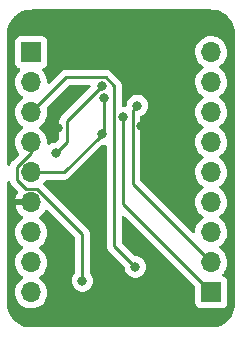
<source format=gbr>
%TF.GenerationSoftware,KiCad,Pcbnew,(6.0.0-0)*%
%TF.CreationDate,2022-02-05T19:10:16-08:00*%
%TF.ProjectId,w2rf004rm-breakout,77327266-3030-4347-926d-2d627265616b,v1*%
%TF.SameCoordinates,Original*%
%TF.FileFunction,Copper,L2,Bot*%
%TF.FilePolarity,Positive*%
%FSLAX46Y46*%
G04 Gerber Fmt 4.6, Leading zero omitted, Abs format (unit mm)*
G04 Created by KiCad (PCBNEW (6.0.0-0)) date 2022-02-05 19:10:16*
%MOMM*%
%LPD*%
G01*
G04 APERTURE LIST*
%TA.AperFunction,ComponentPad*%
%ADD10O,1.700000X1.700000*%
%TD*%
%TA.AperFunction,ComponentPad*%
%ADD11R,1.700000X1.700000*%
%TD*%
%TA.AperFunction,ViaPad*%
%ADD12C,0.800000*%
%TD*%
%TA.AperFunction,Conductor*%
%ADD13C,0.250000*%
%TD*%
G04 APERTURE END LIST*
D10*
%TO.P,J3,9,Pin_9*%
%TO.N,unconnected-(J3-Pad9)*%
X139700000Y-105740000D03*
%TO.P,J3,8,Pin_8*%
%TO.N,unconnected-(J3-Pad8)*%
X139700000Y-103200000D03*
%TO.P,J3,7,Pin_7*%
%TO.N,unconnected-(J3-Pad7)*%
X139700000Y-100660000D03*
%TO.P,J3,6,Pin_6*%
%TO.N,GND*%
X139700000Y-98120000D03*
%TO.P,J3,5,Pin_5*%
%TO.N,+5V*%
X139700000Y-95580000D03*
%TO.P,J3,4,Pin_4*%
%TO.N,/SCL-I*%
X139700000Y-93040000D03*
%TO.P,J3,3,Pin_3*%
%TO.N,/SDA-I*%
X139700000Y-90500000D03*
%TO.P,J3,2,Pin_2*%
%TO.N,/SCL-O*%
X139700000Y-87960000D03*
D11*
%TO.P,J3,1,Pin_1*%
%TO.N,/SDA-O*%
X139700000Y-85420000D03*
%TD*%
D10*
%TO.P,J2,9,Pin_9*%
%TO.N,/OUTC2*%
X154940000Y-85400000D03*
%TO.P,J2,8,Pin_8*%
%TO.N,/OUTB2*%
X154940000Y-87940000D03*
%TO.P,J2,7,Pin_7*%
%TO.N,/OUTA2*%
X154940000Y-90480000D03*
%TO.P,J2,6,Pin_6*%
%TO.N,/OUTC1*%
X154940000Y-93020000D03*
%TO.P,J2,5,Pin_5*%
%TO.N,/OUTB1*%
X154940000Y-95560000D03*
%TO.P,J2,4,Pin_4*%
%TO.N,/OUTA1*%
X154940000Y-98100000D03*
%TO.P,J2,3,Pin_3*%
%TO.N,/OUTC0*%
X154940000Y-100640000D03*
%TO.P,J2,2,Pin_2*%
%TO.N,/OUTB0*%
X154940000Y-103180000D03*
D11*
%TO.P,J2,1,Pin_1*%
%TO.N,/OUTA0*%
X154940000Y-105720000D03*
%TD*%
D12*
%TO.N,GND*%
X150270000Y-103610000D03*
X145240000Y-94780000D03*
X151050000Y-94640000D03*
%TO.N,/SCL-I*%
X144030000Y-104760000D03*
%TO.N,/SDA-I*%
X148510000Y-103580000D03*
%TO.N,/~{RST}*%
X145720000Y-88270000D03*
X141770000Y-93960000D03*
%TO.N,GND*%
X142000000Y-91840000D03*
X149020000Y-91660000D03*
%TO.N,+5V*%
X145685000Y-92355000D03*
X145860000Y-89310000D03*
%TO.N,/OUTA0*%
X147450000Y-90910000D03*
%TO.N,/OUTB0*%
X148680000Y-89930000D03*
%TD*%
D13*
%TO.N,GND*%
X149020000Y-91660000D02*
X149020000Y-92610000D01*
X149020000Y-92610000D02*
X151050000Y-94640000D01*
%TO.N,/OUTB0*%
X154940000Y-103180000D02*
X148295489Y-96535489D01*
X148295489Y-96535489D02*
X148295489Y-90314511D01*
X148295489Y-90314511D02*
X148680000Y-89930000D01*
%TO.N,/SCL-I*%
X144030000Y-100788990D02*
X144030000Y-104760000D01*
X139700000Y-93040000D02*
X139700000Y-93918990D01*
X139700000Y-93918990D02*
X138525489Y-95093501D01*
X139245489Y-96945489D02*
X140186499Y-96945489D01*
X138525489Y-95093501D02*
X138525489Y-96225489D01*
X138525489Y-96225489D02*
X139245489Y-96945489D01*
X140186499Y-96945489D02*
X144030000Y-100788990D01*
%TO.N,/SDA-I*%
X148510000Y-103580000D02*
X148550000Y-103620000D01*
X146725489Y-101795489D02*
X148510000Y-103580000D01*
X139700000Y-90500000D02*
X142654511Y-87545489D01*
X142654511Y-87545489D02*
X146020103Y-87545489D01*
X146020103Y-87545489D02*
X146725489Y-88250875D01*
X146725489Y-88250875D02*
X146725489Y-101795489D01*
%TO.N,/~{RST}*%
X145720000Y-88270000D02*
X145840000Y-88150000D01*
X142724511Y-93005489D02*
X142724511Y-91265489D01*
X141770000Y-93960000D02*
X142724511Y-93005489D01*
X142724511Y-91265489D02*
X145720000Y-88270000D01*
%TO.N,+5V*%
X145685000Y-92355000D02*
X145860000Y-92180000D01*
X145860000Y-92180000D02*
X145860000Y-89310000D01*
X142460000Y-95580000D02*
X145570000Y-92470000D01*
X145570000Y-92470000D02*
X145685000Y-92355000D01*
X139700000Y-95580000D02*
X142460000Y-95580000D01*
%TO.N,/OUTA0*%
X147450000Y-98230000D02*
X147450000Y-90910000D01*
X154940000Y-105720000D02*
X147450000Y-98230000D01*
%TD*%
%TA.AperFunction,Conductor*%
%TO.N,GND*%
G36*
X154910057Y-81789500D02*
G01*
X154924858Y-81791805D01*
X154924861Y-81791805D01*
X154933730Y-81793186D01*
X154949999Y-81791059D01*
X154974567Y-81790266D01*
X155196985Y-81804844D01*
X155213326Y-81806995D01*
X155457824Y-81855629D01*
X155473743Y-81859895D01*
X155709790Y-81940022D01*
X155725017Y-81946329D01*
X155948592Y-82056584D01*
X155962865Y-82064825D01*
X156170133Y-82203316D01*
X156183210Y-82213349D01*
X156370632Y-82377714D01*
X156382286Y-82389368D01*
X156546651Y-82576790D01*
X156556684Y-82589867D01*
X156695175Y-82797135D01*
X156703416Y-82811408D01*
X156813671Y-83034983D01*
X156819978Y-83050210D01*
X156900105Y-83286257D01*
X156904371Y-83302176D01*
X156953005Y-83546673D01*
X156955156Y-83563014D01*
X156969264Y-83778268D01*
X156968239Y-83801304D01*
X156968196Y-83804854D01*
X156966814Y-83813730D01*
X156968454Y-83826270D01*
X156970936Y-83845251D01*
X156972000Y-83861589D01*
X156972000Y-106630672D01*
X156970500Y-106650056D01*
X156966814Y-106673730D01*
X156968941Y-106689999D01*
X156969734Y-106714567D01*
X156955156Y-106936985D01*
X156953005Y-106953326D01*
X156904371Y-107197824D01*
X156900105Y-107213743D01*
X156819978Y-107449790D01*
X156813671Y-107465017D01*
X156703416Y-107688592D01*
X156695175Y-107702865D01*
X156556684Y-107910133D01*
X156546651Y-107923210D01*
X156382286Y-108110632D01*
X156370632Y-108122286D01*
X156183210Y-108286651D01*
X156170133Y-108296684D01*
X155962865Y-108435175D01*
X155948592Y-108443416D01*
X155725017Y-108553671D01*
X155709790Y-108559978D01*
X155473743Y-108640105D01*
X155457824Y-108644371D01*
X155213327Y-108693005D01*
X155196986Y-108695156D01*
X154981732Y-108709264D01*
X154958696Y-108708239D01*
X154955146Y-108708196D01*
X154946270Y-108706814D01*
X154917762Y-108710542D01*
X154914749Y-108710936D01*
X154898411Y-108712000D01*
X139749328Y-108712000D01*
X139729943Y-108710500D01*
X139715142Y-108708195D01*
X139715139Y-108708195D01*
X139706270Y-108706814D01*
X139690001Y-108708941D01*
X139665433Y-108709734D01*
X139443015Y-108695156D01*
X139426674Y-108693005D01*
X139182176Y-108644371D01*
X139166257Y-108640105D01*
X138930210Y-108559978D01*
X138914983Y-108553671D01*
X138691408Y-108443416D01*
X138677135Y-108435175D01*
X138469867Y-108296684D01*
X138456790Y-108286651D01*
X138269368Y-108122286D01*
X138257714Y-108110632D01*
X138093349Y-107923210D01*
X138083316Y-107910133D01*
X137944825Y-107702865D01*
X137936584Y-107688592D01*
X137826329Y-107465017D01*
X137820022Y-107449790D01*
X137739895Y-107213743D01*
X137735629Y-107197824D01*
X137686995Y-106953327D01*
X137684844Y-106936986D01*
X137670736Y-106721732D01*
X137671761Y-106698696D01*
X137671804Y-106695146D01*
X137673186Y-106686270D01*
X137669064Y-106654748D01*
X137668000Y-106638411D01*
X137668000Y-96441119D01*
X137688002Y-96372998D01*
X137741658Y-96326505D01*
X137811932Y-96316401D01*
X137876512Y-96345895D01*
X137911152Y-96394736D01*
X137923293Y-96425401D01*
X137927138Y-96436631D01*
X137930190Y-96447137D01*
X137939471Y-96479082D01*
X137943504Y-96485901D01*
X137943506Y-96485906D01*
X137949782Y-96496517D01*
X137958477Y-96514265D01*
X137965937Y-96533106D01*
X137970599Y-96539522D01*
X137970599Y-96539523D01*
X137991925Y-96568876D01*
X137998441Y-96578796D01*
X138020947Y-96616851D01*
X138035268Y-96631172D01*
X138048108Y-96646205D01*
X138060017Y-96662596D01*
X138072989Y-96673327D01*
X138094082Y-96690777D01*
X138102862Y-96698767D01*
X138577535Y-97173440D01*
X138611561Y-97235752D01*
X138606496Y-97306567D01*
X138592528Y-97333539D01*
X138518098Y-97442649D01*
X138513000Y-97451623D01*
X138423338Y-97644783D01*
X138419775Y-97654470D01*
X138364389Y-97854183D01*
X138365912Y-97862607D01*
X138378292Y-97866000D01*
X139828000Y-97866000D01*
X139896121Y-97886002D01*
X139942614Y-97939658D01*
X139954000Y-97992000D01*
X139954000Y-98248000D01*
X139933998Y-98316121D01*
X139880342Y-98362614D01*
X139828000Y-98374000D01*
X138383225Y-98374000D01*
X138369694Y-98377973D01*
X138368257Y-98387966D01*
X138398565Y-98522446D01*
X138401645Y-98532275D01*
X138481770Y-98729603D01*
X138486413Y-98738794D01*
X138597694Y-98920388D01*
X138603777Y-98928699D01*
X138743213Y-99089667D01*
X138750580Y-99096883D01*
X138914434Y-99232916D01*
X138922881Y-99238831D01*
X138991969Y-99279203D01*
X139040693Y-99330842D01*
X139053764Y-99400625D01*
X139027033Y-99466396D01*
X138986584Y-99499752D01*
X138973607Y-99506507D01*
X138969474Y-99509610D01*
X138969471Y-99509612D01*
X138816624Y-99624373D01*
X138794965Y-99640635D01*
X138791393Y-99644373D01*
X138663313Y-99778401D01*
X138640629Y-99802138D01*
X138514743Y-99986680D01*
X138499003Y-100020590D01*
X138429972Y-100169305D01*
X138420688Y-100189305D01*
X138360989Y-100404570D01*
X138337251Y-100626695D01*
X138337548Y-100631848D01*
X138337548Y-100631851D01*
X138346148Y-100781004D01*
X138350110Y-100849715D01*
X138351247Y-100854761D01*
X138351248Y-100854767D01*
X138371119Y-100942939D01*
X138399222Y-101067639D01*
X138483266Y-101274616D01*
X138599987Y-101465088D01*
X138746250Y-101633938D01*
X138918126Y-101776632D01*
X138967437Y-101805447D01*
X138991445Y-101819476D01*
X139040169Y-101871114D01*
X139053240Y-101940897D01*
X139026509Y-102006669D01*
X138986055Y-102040027D01*
X138973607Y-102046507D01*
X138969474Y-102049610D01*
X138969471Y-102049612D01*
X138799100Y-102177530D01*
X138794965Y-102180635D01*
X138640629Y-102342138D01*
X138514743Y-102526680D01*
X138420688Y-102729305D01*
X138360989Y-102944570D01*
X138337251Y-103166695D01*
X138337548Y-103171848D01*
X138337548Y-103171851D01*
X138343011Y-103266590D01*
X138350110Y-103389715D01*
X138351247Y-103394761D01*
X138351248Y-103394767D01*
X138371119Y-103482939D01*
X138399222Y-103607639D01*
X138483266Y-103814616D01*
X138599987Y-104005088D01*
X138746250Y-104173938D01*
X138918126Y-104316632D01*
X138976762Y-104350896D01*
X138991445Y-104359476D01*
X139040169Y-104411114D01*
X139053240Y-104480897D01*
X139026509Y-104546669D01*
X138986055Y-104580027D01*
X138973607Y-104586507D01*
X138969474Y-104589610D01*
X138969471Y-104589612D01*
X138913411Y-104631703D01*
X138794965Y-104720635D01*
X138640629Y-104882138D01*
X138514743Y-105066680D01*
X138420688Y-105269305D01*
X138360989Y-105484570D01*
X138337251Y-105706695D01*
X138337548Y-105711848D01*
X138337548Y-105711851D01*
X138343011Y-105806590D01*
X138350110Y-105929715D01*
X138351247Y-105934761D01*
X138351248Y-105934767D01*
X138371119Y-106022939D01*
X138399222Y-106147639D01*
X138483266Y-106354616D01*
X138599987Y-106545088D01*
X138746250Y-106713938D01*
X138918126Y-106856632D01*
X139111000Y-106969338D01*
X139319692Y-107049030D01*
X139324760Y-107050061D01*
X139324763Y-107050062D01*
X139431339Y-107071745D01*
X139538597Y-107093567D01*
X139543772Y-107093757D01*
X139543774Y-107093757D01*
X139756673Y-107101564D01*
X139756677Y-107101564D01*
X139761837Y-107101753D01*
X139766957Y-107101097D01*
X139766959Y-107101097D01*
X139978288Y-107074025D01*
X139978289Y-107074025D01*
X139983416Y-107073368D01*
X139998072Y-107068971D01*
X140192429Y-107010661D01*
X140192434Y-107010659D01*
X140197384Y-107009174D01*
X140397994Y-106910896D01*
X140579860Y-106781173D01*
X140738096Y-106623489D01*
X140797594Y-106540689D01*
X140865435Y-106446277D01*
X140868453Y-106442077D01*
X140967430Y-106241811D01*
X141032370Y-106028069D01*
X141061529Y-105806590D01*
X141063156Y-105740000D01*
X141044852Y-105517361D01*
X140990431Y-105300702D01*
X140901354Y-105095840D01*
X140806959Y-104949928D01*
X140782822Y-104912617D01*
X140782820Y-104912614D01*
X140780014Y-104908277D01*
X140629670Y-104743051D01*
X140625619Y-104739852D01*
X140625615Y-104739848D01*
X140458414Y-104607800D01*
X140458410Y-104607798D01*
X140454359Y-104604598D01*
X140413053Y-104581796D01*
X140363084Y-104531364D01*
X140348312Y-104461921D01*
X140373428Y-104395516D01*
X140400780Y-104368909D01*
X140452079Y-104332318D01*
X140579860Y-104241173D01*
X140592303Y-104228774D01*
X140679594Y-104141787D01*
X140738096Y-104083489D01*
X140752468Y-104063489D01*
X140865435Y-103906277D01*
X140868453Y-103902077D01*
X140880631Y-103877438D01*
X140965136Y-103706453D01*
X140965137Y-103706451D01*
X140967430Y-103701811D01*
X141032370Y-103488069D01*
X141061529Y-103266590D01*
X141063156Y-103200000D01*
X141044852Y-102977361D01*
X140990431Y-102760702D01*
X140901354Y-102555840D01*
X140780014Y-102368277D01*
X140629670Y-102203051D01*
X140625619Y-102199852D01*
X140625615Y-102199848D01*
X140458414Y-102067800D01*
X140458410Y-102067798D01*
X140454359Y-102064598D01*
X140413053Y-102041796D01*
X140363084Y-101991364D01*
X140348312Y-101921921D01*
X140373428Y-101855516D01*
X140400780Y-101828909D01*
X140444603Y-101797650D01*
X140579860Y-101701173D01*
X140738096Y-101543489D01*
X140752468Y-101523489D01*
X140865435Y-101366277D01*
X140868453Y-101362077D01*
X140880631Y-101337438D01*
X140965136Y-101166453D01*
X140965137Y-101166451D01*
X140967430Y-101161811D01*
X141032370Y-100948069D01*
X141061529Y-100726590D01*
X141063156Y-100660000D01*
X141044852Y-100437361D01*
X140990431Y-100220702D01*
X140901354Y-100015840D01*
X140780014Y-99828277D01*
X140629670Y-99663051D01*
X140625619Y-99659852D01*
X140625615Y-99659848D01*
X140458414Y-99527800D01*
X140458410Y-99527798D01*
X140454359Y-99524598D01*
X140412569Y-99501529D01*
X140362598Y-99451097D01*
X140347826Y-99381654D01*
X140372942Y-99315248D01*
X140400294Y-99288641D01*
X140575328Y-99163792D01*
X140583200Y-99157139D01*
X140734052Y-99006812D01*
X140740730Y-98998965D01*
X140865003Y-98826020D01*
X140870311Y-98817187D01*
X140889053Y-98779266D01*
X140937168Y-98727059D01*
X141005869Y-98709153D01*
X141073345Y-98731232D01*
X141091105Y-98745999D01*
X143359595Y-101014489D01*
X143393621Y-101076801D01*
X143396500Y-101103584D01*
X143396500Y-104057476D01*
X143376498Y-104125597D01*
X143364142Y-104141779D01*
X143290960Y-104223056D01*
X143270285Y-104258866D01*
X143206752Y-104368909D01*
X143195473Y-104388444D01*
X143136458Y-104570072D01*
X143135768Y-104576633D01*
X143135768Y-104576635D01*
X143118614Y-104739848D01*
X143116496Y-104760000D01*
X143117186Y-104766565D01*
X143132537Y-104912617D01*
X143136458Y-104949928D01*
X143195473Y-105131556D01*
X143290960Y-105296944D01*
X143418747Y-105438866D01*
X143573248Y-105551118D01*
X143579276Y-105553802D01*
X143579278Y-105553803D01*
X143741681Y-105626109D01*
X143747712Y-105628794D01*
X143841113Y-105648647D01*
X143928056Y-105667128D01*
X143928061Y-105667128D01*
X143934513Y-105668500D01*
X144125487Y-105668500D01*
X144131939Y-105667128D01*
X144131944Y-105667128D01*
X144218887Y-105648647D01*
X144312288Y-105628794D01*
X144318319Y-105626109D01*
X144480722Y-105553803D01*
X144480724Y-105553802D01*
X144486752Y-105551118D01*
X144641253Y-105438866D01*
X144769040Y-105296944D01*
X144864527Y-105131556D01*
X144923542Y-104949928D01*
X144927464Y-104912617D01*
X144942814Y-104766565D01*
X144943504Y-104760000D01*
X144941386Y-104739848D01*
X144924232Y-104576635D01*
X144924232Y-104576633D01*
X144923542Y-104570072D01*
X144864527Y-104388444D01*
X144853249Y-104368909D01*
X144789715Y-104258866D01*
X144769040Y-104223056D01*
X144695863Y-104141785D01*
X144665147Y-104077779D01*
X144663500Y-104057476D01*
X144663500Y-100867757D01*
X144664027Y-100856574D01*
X144665702Y-100849081D01*
X144663562Y-100781004D01*
X144663500Y-100777045D01*
X144663500Y-100749134D01*
X144662995Y-100745134D01*
X144662062Y-100733291D01*
X144661852Y-100726590D01*
X144660673Y-100689100D01*
X144655022Y-100669648D01*
X144651014Y-100650296D01*
X144649467Y-100638053D01*
X144648474Y-100630193D01*
X144645057Y-100621562D01*
X144632200Y-100589087D01*
X144628355Y-100577860D01*
X144627721Y-100575677D01*
X144616018Y-100535397D01*
X144611984Y-100528575D01*
X144611981Y-100528569D01*
X144605706Y-100517958D01*
X144597010Y-100500208D01*
X144592472Y-100488746D01*
X144592469Y-100488741D01*
X144589552Y-100481373D01*
X144563573Y-100445615D01*
X144557057Y-100435697D01*
X144538575Y-100404447D01*
X144534542Y-100397627D01*
X144520218Y-100383303D01*
X144507376Y-100368268D01*
X144495472Y-100351883D01*
X144461406Y-100323701D01*
X144452627Y-100315712D01*
X140756216Y-96619301D01*
X140722190Y-96556989D01*
X140727255Y-96486174D01*
X140742986Y-96456684D01*
X140868453Y-96282077D01*
X140870746Y-96277437D01*
X140872446Y-96274608D01*
X140924674Y-96226518D01*
X140980451Y-96213500D01*
X142381233Y-96213500D01*
X142392416Y-96214027D01*
X142399909Y-96215702D01*
X142407835Y-96215453D01*
X142407836Y-96215453D01*
X142467986Y-96213562D01*
X142471945Y-96213500D01*
X142499856Y-96213500D01*
X142503791Y-96213003D01*
X142503856Y-96212995D01*
X142515693Y-96212062D01*
X142547951Y-96211048D01*
X142551970Y-96210922D01*
X142559889Y-96210673D01*
X142579343Y-96205021D01*
X142598700Y-96201013D01*
X142610930Y-96199468D01*
X142610931Y-96199468D01*
X142618797Y-96198474D01*
X142626168Y-96195555D01*
X142626170Y-96195555D01*
X142659912Y-96182196D01*
X142671142Y-96178351D01*
X142705983Y-96168229D01*
X142705984Y-96168229D01*
X142713593Y-96166018D01*
X142720412Y-96161985D01*
X142720417Y-96161983D01*
X142731028Y-96155707D01*
X142748776Y-96147012D01*
X142767617Y-96139552D01*
X142803387Y-96113564D01*
X142813307Y-96107048D01*
X142844535Y-96088580D01*
X142844538Y-96088578D01*
X142851362Y-96084542D01*
X142865683Y-96070221D01*
X142880717Y-96057380D01*
X142890694Y-96050131D01*
X142897107Y-96045472D01*
X142925298Y-96011395D01*
X142933288Y-96002616D01*
X145635499Y-93300405D01*
X145697811Y-93266379D01*
X145724594Y-93263500D01*
X145780487Y-93263500D01*
X145786940Y-93262128D01*
X145786953Y-93262127D01*
X145939792Y-93229639D01*
X146010582Y-93235040D01*
X146067215Y-93277857D01*
X146091709Y-93344494D01*
X146091989Y-93352885D01*
X146091989Y-101716722D01*
X146091462Y-101727905D01*
X146089787Y-101735398D01*
X146090036Y-101743324D01*
X146090036Y-101743325D01*
X146091927Y-101803475D01*
X146091989Y-101807434D01*
X146091989Y-101835345D01*
X146092486Y-101839279D01*
X146092486Y-101839280D01*
X146092494Y-101839345D01*
X146093427Y-101851182D01*
X146094816Y-101895378D01*
X146100467Y-101914828D01*
X146104476Y-101934189D01*
X146107015Y-101954286D01*
X146109934Y-101961657D01*
X146109934Y-101961659D01*
X146123293Y-101995401D01*
X146127138Y-102006631D01*
X146139471Y-102049082D01*
X146143504Y-102055901D01*
X146143506Y-102055906D01*
X146149782Y-102066517D01*
X146158477Y-102084265D01*
X146165937Y-102103106D01*
X146170599Y-102109522D01*
X146170599Y-102109523D01*
X146191925Y-102138876D01*
X146198441Y-102148796D01*
X146215435Y-102177530D01*
X146220947Y-102186851D01*
X146235268Y-102201172D01*
X146248108Y-102216205D01*
X146260017Y-102232596D01*
X146266123Y-102237647D01*
X146294094Y-102260787D01*
X146302873Y-102268777D01*
X147562878Y-103528782D01*
X147596904Y-103591094D01*
X147599092Y-103604703D01*
X147616458Y-103769928D01*
X147675473Y-103951556D01*
X147770960Y-104116944D01*
X147775378Y-104121851D01*
X147775379Y-104121852D01*
X147894325Y-104253955D01*
X147898747Y-104258866D01*
X148053248Y-104371118D01*
X148059276Y-104373802D01*
X148059278Y-104373803D01*
X148221681Y-104446109D01*
X148227712Y-104448794D01*
X148321112Y-104468647D01*
X148408056Y-104487128D01*
X148408061Y-104487128D01*
X148414513Y-104488500D01*
X148605487Y-104488500D01*
X148611939Y-104487128D01*
X148611944Y-104487128D01*
X148698888Y-104468647D01*
X148792288Y-104448794D01*
X148798319Y-104446109D01*
X148960722Y-104373803D01*
X148960724Y-104373802D01*
X148966752Y-104371118D01*
X149121253Y-104258866D01*
X149125675Y-104253955D01*
X149244621Y-104121852D01*
X149244622Y-104121851D01*
X149249040Y-104116944D01*
X149344527Y-103951556D01*
X149403542Y-103769928D01*
X149410214Y-103706453D01*
X149422814Y-103586565D01*
X149423504Y-103580000D01*
X149415580Y-103504605D01*
X149404232Y-103396635D01*
X149404232Y-103396633D01*
X149403542Y-103390072D01*
X149344527Y-103208444D01*
X149337716Y-103196646D01*
X149252341Y-103048774D01*
X149249040Y-103043056D01*
X149121253Y-102901134D01*
X148966752Y-102788882D01*
X148960724Y-102786198D01*
X148960722Y-102786197D01*
X148798319Y-102713891D01*
X148798318Y-102713891D01*
X148792288Y-102711206D01*
X148698888Y-102691353D01*
X148611944Y-102672872D01*
X148611939Y-102672872D01*
X148605487Y-102671500D01*
X148549594Y-102671500D01*
X148481473Y-102651498D01*
X148460499Y-102634595D01*
X147395894Y-101569989D01*
X147361868Y-101507677D01*
X147358989Y-101480894D01*
X147358989Y-99339083D01*
X147378991Y-99270962D01*
X147432647Y-99224469D01*
X147502921Y-99214365D01*
X147567501Y-99243859D01*
X147574084Y-99249988D01*
X153544595Y-105220499D01*
X153578621Y-105282811D01*
X153581500Y-105309594D01*
X153581500Y-106618134D01*
X153588255Y-106680316D01*
X153639385Y-106816705D01*
X153726739Y-106933261D01*
X153843295Y-107020615D01*
X153979684Y-107071745D01*
X154041866Y-107078500D01*
X155838134Y-107078500D01*
X155900316Y-107071745D01*
X156036705Y-107020615D01*
X156153261Y-106933261D01*
X156240615Y-106816705D01*
X156291745Y-106680316D01*
X156298500Y-106618134D01*
X156298500Y-104821866D01*
X156291745Y-104759684D01*
X156240615Y-104623295D01*
X156153261Y-104506739D01*
X156036705Y-104419385D01*
X155973035Y-104395516D01*
X155918203Y-104374960D01*
X155861439Y-104332318D01*
X155836739Y-104265756D01*
X155851947Y-104196408D01*
X155873493Y-104167727D01*
X155899524Y-104141787D01*
X155978096Y-104063489D01*
X156108453Y-103882077D01*
X156160778Y-103776206D01*
X156205136Y-103686453D01*
X156205137Y-103686451D01*
X156207430Y-103681811D01*
X156253924Y-103528782D01*
X156270865Y-103473023D01*
X156270865Y-103473021D01*
X156272370Y-103468069D01*
X156301529Y-103246590D01*
X156302191Y-103219485D01*
X156303074Y-103183365D01*
X156303074Y-103183361D01*
X156303156Y-103180000D01*
X156284852Y-102957361D01*
X156230431Y-102740702D01*
X156141354Y-102535840D01*
X156101906Y-102474862D01*
X156022822Y-102352617D01*
X156022820Y-102352614D01*
X156020014Y-102348277D01*
X155869670Y-102183051D01*
X155865619Y-102179852D01*
X155865615Y-102179848D01*
X155698414Y-102047800D01*
X155698410Y-102047798D01*
X155694359Y-102044598D01*
X155653053Y-102021796D01*
X155603084Y-101971364D01*
X155588312Y-101901921D01*
X155613428Y-101835516D01*
X155640780Y-101808909D01*
X155690664Y-101773327D01*
X155819860Y-101681173D01*
X155978096Y-101523489D01*
X156008704Y-101480894D01*
X156105435Y-101346277D01*
X156108453Y-101342077D01*
X156197546Y-101161811D01*
X156205136Y-101146453D01*
X156205137Y-101146451D01*
X156207430Y-101141811D01*
X156246114Y-101014489D01*
X156270865Y-100933023D01*
X156270865Y-100933021D01*
X156272370Y-100928069D01*
X156301529Y-100706590D01*
X156301763Y-100697019D01*
X156303074Y-100643365D01*
X156303074Y-100643361D01*
X156303156Y-100640000D01*
X156284852Y-100417361D01*
X156230431Y-100200702D01*
X156141354Y-99995840D01*
X156101906Y-99934862D01*
X156022822Y-99812617D01*
X156022820Y-99812614D01*
X156020014Y-99808277D01*
X155869670Y-99643051D01*
X155865619Y-99639852D01*
X155865615Y-99639848D01*
X155698414Y-99507800D01*
X155698410Y-99507798D01*
X155694359Y-99504598D01*
X155653053Y-99481796D01*
X155603084Y-99431364D01*
X155588312Y-99361921D01*
X155613428Y-99295516D01*
X155640780Y-99268909D01*
X155703083Y-99224469D01*
X155819860Y-99141173D01*
X155978096Y-98983489D01*
X156023439Y-98920388D01*
X156105435Y-98806277D01*
X156108453Y-98802077D01*
X156136169Y-98745999D01*
X156205136Y-98606453D01*
X156205137Y-98606451D01*
X156207430Y-98601811D01*
X156272370Y-98388069D01*
X156301529Y-98166590D01*
X156303156Y-98100000D01*
X156284852Y-97877361D01*
X156230431Y-97660702D01*
X156141354Y-97455840D01*
X156020014Y-97268277D01*
X155869670Y-97103051D01*
X155865619Y-97099852D01*
X155865615Y-97099848D01*
X155698414Y-96967800D01*
X155698410Y-96967798D01*
X155694359Y-96964598D01*
X155653053Y-96941796D01*
X155603084Y-96891364D01*
X155588312Y-96821921D01*
X155613428Y-96755516D01*
X155640780Y-96728909D01*
X155694239Y-96690777D01*
X155819860Y-96601173D01*
X155842316Y-96578796D01*
X155924882Y-96496517D01*
X155978096Y-96443489D01*
X155991094Y-96425401D01*
X156105435Y-96266277D01*
X156108453Y-96262077D01*
X156121615Y-96235447D01*
X156205136Y-96066453D01*
X156205137Y-96066451D01*
X156207430Y-96061811D01*
X156272370Y-95848069D01*
X156301529Y-95626590D01*
X156303156Y-95560000D01*
X156284852Y-95337361D01*
X156230431Y-95120702D01*
X156141354Y-94915840D01*
X156041960Y-94762200D01*
X156022822Y-94732617D01*
X156022820Y-94732614D01*
X156020014Y-94728277D01*
X155869670Y-94563051D01*
X155865619Y-94559852D01*
X155865615Y-94559848D01*
X155698414Y-94427800D01*
X155698410Y-94427798D01*
X155694359Y-94424598D01*
X155653053Y-94401796D01*
X155603084Y-94351364D01*
X155588312Y-94281921D01*
X155613428Y-94215516D01*
X155640780Y-94188909D01*
X155695429Y-94149928D01*
X155819860Y-94061173D01*
X155875028Y-94006198D01*
X155958026Y-93923489D01*
X155978096Y-93903489D01*
X156037594Y-93820689D01*
X156105435Y-93726277D01*
X156108453Y-93722077D01*
X156148490Y-93641069D01*
X156205136Y-93526453D01*
X156205137Y-93526451D01*
X156207430Y-93521811D01*
X156266294Y-93328069D01*
X156270865Y-93313023D01*
X156270865Y-93313021D01*
X156272370Y-93308069D01*
X156301529Y-93086590D01*
X156302353Y-93052872D01*
X156303074Y-93023365D01*
X156303074Y-93023361D01*
X156303156Y-93020000D01*
X156284852Y-92797361D01*
X156230431Y-92580702D01*
X156141354Y-92375840D01*
X156101906Y-92314862D01*
X156022822Y-92192617D01*
X156022820Y-92192614D01*
X156020014Y-92188277D01*
X155869670Y-92023051D01*
X155865619Y-92019852D01*
X155865615Y-92019848D01*
X155698414Y-91887800D01*
X155698410Y-91887798D01*
X155694359Y-91884598D01*
X155653053Y-91861796D01*
X155603084Y-91811364D01*
X155588312Y-91741921D01*
X155613428Y-91675516D01*
X155640780Y-91648909D01*
X155705299Y-91602888D01*
X155819860Y-91521173D01*
X155978096Y-91363489D01*
X156027049Y-91295364D01*
X156105435Y-91186277D01*
X156108453Y-91182077D01*
X156127948Y-91142633D01*
X156205136Y-90986453D01*
X156205137Y-90986451D01*
X156207430Y-90981811D01*
X156267852Y-90782939D01*
X156270865Y-90773023D01*
X156270865Y-90773021D01*
X156272370Y-90768069D01*
X156301529Y-90546590D01*
X156302585Y-90503365D01*
X156303074Y-90483365D01*
X156303074Y-90483361D01*
X156303156Y-90480000D01*
X156284852Y-90257361D01*
X156230431Y-90040702D01*
X156141354Y-89835840D01*
X156079399Y-89740072D01*
X156022822Y-89652617D01*
X156022820Y-89652614D01*
X156020014Y-89648277D01*
X155869670Y-89483051D01*
X155865619Y-89479852D01*
X155865615Y-89479848D01*
X155698414Y-89347800D01*
X155698410Y-89347798D01*
X155694359Y-89344598D01*
X155653053Y-89321796D01*
X155603084Y-89271364D01*
X155588312Y-89201921D01*
X155613428Y-89135516D01*
X155640780Y-89108909D01*
X155709581Y-89059834D01*
X155819860Y-88981173D01*
X155978096Y-88823489D01*
X156037594Y-88740689D01*
X156105435Y-88646277D01*
X156108453Y-88642077D01*
X156207430Y-88441811D01*
X156272370Y-88228069D01*
X156301529Y-88006590D01*
X156301611Y-88003240D01*
X156303074Y-87943365D01*
X156303074Y-87943361D01*
X156303156Y-87940000D01*
X156284852Y-87717361D01*
X156230431Y-87500702D01*
X156141354Y-87295840D01*
X156101906Y-87234862D01*
X156022822Y-87112617D01*
X156022820Y-87112614D01*
X156020014Y-87108277D01*
X155869670Y-86943051D01*
X155865619Y-86939852D01*
X155865615Y-86939848D01*
X155698414Y-86807800D01*
X155698410Y-86807798D01*
X155694359Y-86804598D01*
X155653053Y-86781796D01*
X155603084Y-86731364D01*
X155588312Y-86661921D01*
X155613428Y-86595516D01*
X155640780Y-86568909D01*
X155703893Y-86523891D01*
X155819860Y-86441173D01*
X155978096Y-86283489D01*
X156037594Y-86200689D01*
X156105435Y-86106277D01*
X156108453Y-86102077D01*
X156207430Y-85901811D01*
X156272370Y-85688069D01*
X156301529Y-85466590D01*
X156303156Y-85400000D01*
X156284852Y-85177361D01*
X156230431Y-84960702D01*
X156141354Y-84755840D01*
X156020014Y-84568277D01*
X155869670Y-84403051D01*
X155865619Y-84399852D01*
X155865615Y-84399848D01*
X155698414Y-84267800D01*
X155698410Y-84267798D01*
X155694359Y-84264598D01*
X155498789Y-84156638D01*
X155493920Y-84154914D01*
X155493916Y-84154912D01*
X155293087Y-84083795D01*
X155293083Y-84083794D01*
X155288212Y-84082069D01*
X155283119Y-84081162D01*
X155283116Y-84081161D01*
X155073373Y-84043800D01*
X155073367Y-84043799D01*
X155068284Y-84042894D01*
X154994452Y-84041992D01*
X154850081Y-84040228D01*
X154850079Y-84040228D01*
X154844911Y-84040165D01*
X154624091Y-84073955D01*
X154411756Y-84143357D01*
X154213607Y-84246507D01*
X154209474Y-84249610D01*
X154209471Y-84249612D01*
X154100136Y-84331703D01*
X154034965Y-84380635D01*
X153880629Y-84542138D01*
X153754743Y-84726680D01*
X153660688Y-84929305D01*
X153600989Y-85144570D01*
X153577251Y-85366695D01*
X153577548Y-85371848D01*
X153577548Y-85371851D01*
X153583011Y-85466590D01*
X153590110Y-85589715D01*
X153591247Y-85594761D01*
X153591248Y-85594767D01*
X153611119Y-85682939D01*
X153639222Y-85807639D01*
X153723266Y-86014616D01*
X153839987Y-86205088D01*
X153986250Y-86373938D01*
X154158126Y-86516632D01*
X154228595Y-86557811D01*
X154231445Y-86559476D01*
X154280169Y-86611114D01*
X154293240Y-86680897D01*
X154266509Y-86746669D01*
X154226055Y-86780027D01*
X154213607Y-86786507D01*
X154209474Y-86789610D01*
X154209471Y-86789612D01*
X154039769Y-86917028D01*
X154034965Y-86920635D01*
X153987997Y-86969784D01*
X153906307Y-87055268D01*
X153880629Y-87082138D01*
X153877715Y-87086410D01*
X153877714Y-87086411D01*
X153845902Y-87133046D01*
X153754743Y-87266680D01*
X153660688Y-87469305D01*
X153600989Y-87684570D01*
X153577251Y-87906695D01*
X153577548Y-87911848D01*
X153577548Y-87911851D01*
X153583011Y-88006590D01*
X153590110Y-88129715D01*
X153591247Y-88134761D01*
X153591248Y-88134767D01*
X153611119Y-88222939D01*
X153639222Y-88347639D01*
X153723266Y-88554616D01*
X153839987Y-88745088D01*
X153986250Y-88913938D01*
X154158126Y-89056632D01*
X154192352Y-89076632D01*
X154231445Y-89099476D01*
X154280169Y-89151114D01*
X154293240Y-89220897D01*
X154266509Y-89286669D01*
X154226055Y-89320027D01*
X154213607Y-89326507D01*
X154209474Y-89329610D01*
X154209471Y-89329612D01*
X154117356Y-89398774D01*
X154034965Y-89460635D01*
X153880629Y-89622138D01*
X153754743Y-89806680D01*
X153739003Y-89840590D01*
X153663674Y-90002873D01*
X153660688Y-90009305D01*
X153600989Y-90224570D01*
X153577251Y-90446695D01*
X153577548Y-90451848D01*
X153577548Y-90451851D01*
X153586825Y-90612749D01*
X153590110Y-90669715D01*
X153591247Y-90674761D01*
X153591248Y-90674767D01*
X153601694Y-90721118D01*
X153639222Y-90887639D01*
X153723266Y-91094616D01*
X153839987Y-91285088D01*
X153986250Y-91453938D01*
X154158126Y-91596632D01*
X154192352Y-91616632D01*
X154231445Y-91639476D01*
X154280169Y-91691114D01*
X154293240Y-91760897D01*
X154266509Y-91826669D01*
X154226055Y-91860027D01*
X154213607Y-91866507D01*
X154209474Y-91869610D01*
X154209471Y-91869612D01*
X154057861Y-91983444D01*
X154034965Y-92000635D01*
X153880629Y-92162138D01*
X153877715Y-92166410D01*
X153877714Y-92166411D01*
X153792556Y-92291249D01*
X153754743Y-92346680D01*
X153660688Y-92549305D01*
X153600989Y-92764570D01*
X153577251Y-92986695D01*
X153577548Y-92991848D01*
X153577548Y-92991851D01*
X153589678Y-93202219D01*
X153590110Y-93209715D01*
X153591247Y-93214761D01*
X153591248Y-93214767D01*
X153605792Y-93279302D01*
X153639222Y-93427639D01*
X153723266Y-93634616D01*
X153839987Y-93825088D01*
X153986250Y-93993938D01*
X154158126Y-94136632D01*
X154188914Y-94154623D01*
X154231445Y-94179476D01*
X154280169Y-94231114D01*
X154293240Y-94300897D01*
X154266509Y-94366669D01*
X154226055Y-94400027D01*
X154213607Y-94406507D01*
X154209474Y-94409610D01*
X154209471Y-94409612D01*
X154093156Y-94496944D01*
X154034965Y-94540635D01*
X153976800Y-94601501D01*
X153896099Y-94685950D01*
X153880629Y-94702138D01*
X153877715Y-94706410D01*
X153877714Y-94706411D01*
X153839657Y-94762200D01*
X153754743Y-94886680D01*
X153739003Y-94920590D01*
X153681884Y-95043643D01*
X153660688Y-95089305D01*
X153600989Y-95304570D01*
X153577251Y-95526695D01*
X153577548Y-95531848D01*
X153577548Y-95531851D01*
X153583011Y-95626590D01*
X153590110Y-95749715D01*
X153591247Y-95754761D01*
X153591248Y-95754767D01*
X153611119Y-95842939D01*
X153639222Y-95967639D01*
X153675662Y-96057380D01*
X153720673Y-96168229D01*
X153723266Y-96174616D01*
X153760543Y-96235447D01*
X153833407Y-96354350D01*
X153839987Y-96365088D01*
X153986250Y-96533938D01*
X154092878Y-96622462D01*
X154141220Y-96662596D01*
X154158126Y-96676632D01*
X154188815Y-96694565D01*
X154231445Y-96719476D01*
X154280169Y-96771114D01*
X154293240Y-96840897D01*
X154266509Y-96906669D01*
X154226055Y-96940027D01*
X154213607Y-96946507D01*
X154209474Y-96949610D01*
X154209471Y-96949612D01*
X154185247Y-96967800D01*
X154034965Y-97080635D01*
X154031393Y-97084373D01*
X153886732Y-97235752D01*
X153880629Y-97242138D01*
X153877715Y-97246410D01*
X153877714Y-97246411D01*
X153818279Y-97333539D01*
X153754743Y-97426680D01*
X153722982Y-97495103D01*
X153689834Y-97566516D01*
X153660688Y-97629305D01*
X153600989Y-97844570D01*
X153577251Y-98066695D01*
X153577548Y-98071848D01*
X153577548Y-98071851D01*
X153583011Y-98166590D01*
X153590110Y-98289715D01*
X153591247Y-98294761D01*
X153591248Y-98294767D01*
X153596061Y-98316121D01*
X153639222Y-98507639D01*
X153723266Y-98714616D01*
X153839987Y-98905088D01*
X153986250Y-99073938D01*
X154158126Y-99216632D01*
X154185993Y-99232916D01*
X154231445Y-99259476D01*
X154280169Y-99311114D01*
X154293240Y-99380897D01*
X154266509Y-99446669D01*
X154226055Y-99480027D01*
X154213607Y-99486507D01*
X154209474Y-99489610D01*
X154209471Y-99489612D01*
X154039100Y-99617530D01*
X154034965Y-99620635D01*
X153880629Y-99782138D01*
X153877715Y-99786410D01*
X153877714Y-99786411D01*
X153792556Y-99911249D01*
X153754743Y-99966680D01*
X153660688Y-100169305D01*
X153600989Y-100384570D01*
X153577251Y-100606695D01*
X153577548Y-100611853D01*
X153577422Y-100617024D01*
X153575914Y-100616987D01*
X153561410Y-100679485D01*
X153510518Y-100728988D01*
X153440942Y-100743118D01*
X153374771Y-100717389D01*
X153362574Y-100706670D01*
X151262358Y-98606453D01*
X148965894Y-96309989D01*
X148931868Y-96247677D01*
X148928989Y-96220894D01*
X148928989Y-90895445D01*
X148948991Y-90827324D01*
X149003741Y-90780338D01*
X149130719Y-90723805D01*
X149130726Y-90723801D01*
X149136752Y-90721118D01*
X149291253Y-90608866D01*
X149326331Y-90569908D01*
X149414621Y-90471852D01*
X149414622Y-90471851D01*
X149419040Y-90466944D01*
X149514527Y-90301556D01*
X149573542Y-90119928D01*
X149581342Y-90045720D01*
X149592814Y-89936565D01*
X149593504Y-89930000D01*
X149573542Y-89740072D01*
X149514527Y-89558444D01*
X149419040Y-89393056D01*
X149378292Y-89347800D01*
X149295675Y-89256045D01*
X149295674Y-89256044D01*
X149291253Y-89251134D01*
X149136752Y-89138882D01*
X149130724Y-89136198D01*
X149130722Y-89136197D01*
X148968319Y-89063891D01*
X148968318Y-89063891D01*
X148962288Y-89061206D01*
X148868888Y-89041353D01*
X148781944Y-89022872D01*
X148781939Y-89022872D01*
X148775487Y-89021500D01*
X148584513Y-89021500D01*
X148578061Y-89022872D01*
X148578056Y-89022872D01*
X148491112Y-89041353D01*
X148397712Y-89061206D01*
X148391682Y-89063891D01*
X148391681Y-89063891D01*
X148229278Y-89136197D01*
X148229276Y-89136198D01*
X148223248Y-89138882D01*
X148068747Y-89251134D01*
X148064326Y-89256044D01*
X148064325Y-89256045D01*
X147981709Y-89347800D01*
X147940960Y-89393056D01*
X147845473Y-89558444D01*
X147786458Y-89740072D01*
X147785769Y-89746631D01*
X147785768Y-89746634D01*
X147768943Y-89906717D01*
X147741930Y-89972373D01*
X147683708Y-90013003D01*
X147617437Y-90016793D01*
X147551946Y-90002873D01*
X147551947Y-90002873D01*
X147545487Y-90001500D01*
X147484989Y-90001500D01*
X147416868Y-89981498D01*
X147370375Y-89927842D01*
X147358989Y-89875500D01*
X147358989Y-88329638D01*
X147359516Y-88318454D01*
X147361190Y-88310966D01*
X147359051Y-88242907D01*
X147358989Y-88238950D01*
X147358989Y-88211019D01*
X147358483Y-88207013D01*
X147357550Y-88195167D01*
X147356411Y-88158912D01*
X147356162Y-88150985D01*
X147350511Y-88131533D01*
X147346503Y-88112181D01*
X147344957Y-88099943D01*
X147344956Y-88099941D01*
X147343963Y-88092078D01*
X147327683Y-88050961D01*
X147323848Y-88039760D01*
X147311507Y-87997281D01*
X147307474Y-87990462D01*
X147307472Y-87990457D01*
X147301196Y-87979846D01*
X147292499Y-87962096D01*
X147285041Y-87943258D01*
X147259060Y-87907498D01*
X147252542Y-87897576D01*
X147234067Y-87866335D01*
X147234063Y-87866330D01*
X147230031Y-87859512D01*
X147215707Y-87845188D01*
X147202865Y-87830153D01*
X147190961Y-87813768D01*
X147156895Y-87785586D01*
X147148116Y-87777597D01*
X146523755Y-87153236D01*
X146516215Y-87144950D01*
X146512103Y-87138471D01*
X146462451Y-87091845D01*
X146459610Y-87089091D01*
X146439873Y-87069354D01*
X146436676Y-87066874D01*
X146427654Y-87059169D01*
X146423500Y-87055268D01*
X146395424Y-87028903D01*
X146388478Y-87025084D01*
X146388475Y-87025082D01*
X146377669Y-87019141D01*
X146361150Y-87008290D01*
X146360686Y-87007930D01*
X146345144Y-86995875D01*
X146337875Y-86992730D01*
X146337871Y-86992727D01*
X146304566Y-86978315D01*
X146293916Y-86973098D01*
X146255163Y-86951794D01*
X146235540Y-86946756D01*
X146216837Y-86940352D01*
X146205523Y-86935456D01*
X146205522Y-86935456D01*
X146198248Y-86932308D01*
X146190425Y-86931069D01*
X146190415Y-86931066D01*
X146154579Y-86925390D01*
X146142959Y-86922984D01*
X146107814Y-86913961D01*
X146107813Y-86913961D01*
X146100133Y-86911989D01*
X146079879Y-86911989D01*
X146060168Y-86910438D01*
X146047989Y-86908509D01*
X146040160Y-86907269D01*
X146010889Y-86910036D01*
X145996142Y-86911430D01*
X145984284Y-86911989D01*
X142733279Y-86911989D01*
X142722096Y-86911462D01*
X142714603Y-86909787D01*
X142706677Y-86910036D01*
X142706676Y-86910036D01*
X142646513Y-86911927D01*
X142642555Y-86911989D01*
X142614655Y-86911989D01*
X142610665Y-86912493D01*
X142598831Y-86913425D01*
X142554622Y-86914815D01*
X142547006Y-86917028D01*
X142547004Y-86917028D01*
X142535163Y-86920468D01*
X142515804Y-86924477D01*
X142514494Y-86924643D01*
X142495714Y-86927015D01*
X142488348Y-86929931D01*
X142488342Y-86929933D01*
X142454609Y-86943289D01*
X142443379Y-86947134D01*
X142427339Y-86951794D01*
X142400918Y-86959470D01*
X142394095Y-86963505D01*
X142383477Y-86969784D01*
X142365724Y-86978481D01*
X142358079Y-86981508D01*
X142346894Y-86985937D01*
X142333216Y-86995875D01*
X142311123Y-87011926D01*
X142301206Y-87018440D01*
X142263149Y-87040947D01*
X142248828Y-87055268D01*
X142233795Y-87068108D01*
X142217404Y-87080017D01*
X142195569Y-87106411D01*
X142189213Y-87114094D01*
X142181223Y-87122873D01*
X141276877Y-88027219D01*
X141214565Y-88061245D01*
X141143750Y-88056180D01*
X141086914Y-88013633D01*
X141062206Y-87948448D01*
X141061788Y-87943365D01*
X141044852Y-87737361D01*
X140990431Y-87520702D01*
X140901354Y-87315840D01*
X140792121Y-87146991D01*
X140782822Y-87132617D01*
X140782820Y-87132614D01*
X140780014Y-87128277D01*
X140771265Y-87118662D01*
X140632798Y-86966488D01*
X140601746Y-86902642D01*
X140610141Y-86832143D01*
X140655317Y-86777375D01*
X140681761Y-86763706D01*
X140788297Y-86723767D01*
X140796705Y-86720615D01*
X140913261Y-86633261D01*
X141000615Y-86516705D01*
X141051745Y-86380316D01*
X141058500Y-86318134D01*
X141058500Y-84521866D01*
X141051745Y-84459684D01*
X141000615Y-84323295D01*
X140913261Y-84206739D01*
X140796705Y-84119385D01*
X140660316Y-84068255D01*
X140598134Y-84061500D01*
X138801866Y-84061500D01*
X138739684Y-84068255D01*
X138603295Y-84119385D01*
X138486739Y-84206739D01*
X138399385Y-84323295D01*
X138348255Y-84459684D01*
X138341500Y-84521866D01*
X138341500Y-86318134D01*
X138348255Y-86380316D01*
X138399385Y-86516705D01*
X138486739Y-86633261D01*
X138603295Y-86720615D01*
X138611704Y-86723767D01*
X138611705Y-86723768D01*
X138720451Y-86764535D01*
X138777216Y-86807176D01*
X138801916Y-86873738D01*
X138786709Y-86943087D01*
X138767316Y-86969568D01*
X138754464Y-86983017D01*
X138663313Y-87078401D01*
X138640629Y-87102138D01*
X138637715Y-87106410D01*
X138637714Y-87106411D01*
X138625409Y-87124450D01*
X138514743Y-87286680D01*
X138499003Y-87320590D01*
X138429972Y-87469305D01*
X138420688Y-87489305D01*
X138360989Y-87704570D01*
X138337251Y-87926695D01*
X138337548Y-87931848D01*
X138337548Y-87931851D01*
X138342049Y-88009908D01*
X138350110Y-88149715D01*
X138351247Y-88154761D01*
X138351248Y-88154767D01*
X138370220Y-88238950D01*
X138399222Y-88367639D01*
X138483266Y-88574616D01*
X138599987Y-88765088D01*
X138746250Y-88933938D01*
X138918126Y-89076632D01*
X138957219Y-89099476D01*
X138991445Y-89119476D01*
X139040169Y-89171114D01*
X139053240Y-89240897D01*
X139026509Y-89306669D01*
X138986055Y-89340027D01*
X138973607Y-89346507D01*
X138969474Y-89349610D01*
X138969471Y-89349612D01*
X138816624Y-89464373D01*
X138794965Y-89480635D01*
X138791393Y-89484373D01*
X138663313Y-89618401D01*
X138640629Y-89642138D01*
X138637715Y-89646410D01*
X138637714Y-89646411D01*
X138573823Y-89740072D01*
X138514743Y-89826680D01*
X138477591Y-89906717D01*
X138429972Y-90009305D01*
X138420688Y-90029305D01*
X138360989Y-90244570D01*
X138337251Y-90466695D01*
X138337548Y-90471848D01*
X138337548Y-90471851D01*
X138343011Y-90566590D01*
X138350110Y-90689715D01*
X138351247Y-90694761D01*
X138351248Y-90694767D01*
X138370291Y-90779266D01*
X138399222Y-90907639D01*
X138483266Y-91114616D01*
X138599987Y-91305088D01*
X138746250Y-91473938D01*
X138918126Y-91616632D01*
X138957219Y-91639476D01*
X138991445Y-91659476D01*
X139040169Y-91711114D01*
X139053240Y-91780897D01*
X139026509Y-91846669D01*
X138986055Y-91880027D01*
X138973607Y-91886507D01*
X138969474Y-91889610D01*
X138969471Y-91889612D01*
X138816624Y-92004373D01*
X138794965Y-92020635D01*
X138791393Y-92024373D01*
X138663313Y-92158401D01*
X138640629Y-92182138D01*
X138514743Y-92366680D01*
X138501157Y-92395949D01*
X138429972Y-92549305D01*
X138420688Y-92569305D01*
X138360989Y-92784570D01*
X138337251Y-93006695D01*
X138337548Y-93011848D01*
X138337548Y-93011851D01*
X138346448Y-93166197D01*
X138350110Y-93229715D01*
X138351247Y-93234761D01*
X138351248Y-93234767D01*
X138371190Y-93323254D01*
X138399222Y-93447639D01*
X138483266Y-93654616D01*
X138599987Y-93845088D01*
X138603368Y-93848991D01*
X138652233Y-93905403D01*
X138681715Y-93969989D01*
X138671600Y-94040261D01*
X138646090Y-94076995D01*
X138133236Y-94589849D01*
X138124950Y-94597389D01*
X138118471Y-94601501D01*
X138113046Y-94607278D01*
X138071846Y-94651152D01*
X138069091Y-94653994D01*
X138049354Y-94673731D01*
X138046874Y-94676928D01*
X138039171Y-94685948D01*
X138008903Y-94718180D01*
X138005084Y-94725126D01*
X138005082Y-94725129D01*
X137999141Y-94735935D01*
X137988290Y-94752454D01*
X137975875Y-94768460D01*
X137972730Y-94775729D01*
X137972727Y-94775733D01*
X137958315Y-94809038D01*
X137953098Y-94819688D01*
X137931794Y-94858441D01*
X137929823Y-94866116D01*
X137929823Y-94866117D01*
X137926756Y-94878063D01*
X137920352Y-94896767D01*
X137914300Y-94910753D01*
X137914298Y-94910756D01*
X137912308Y-94915356D01*
X137911566Y-94915035D01*
X137876782Y-94969499D01*
X137812285Y-94999175D01*
X137741983Y-94989271D01*
X137688196Y-94942930D01*
X137668000Y-94874509D01*
X137668000Y-83869328D01*
X137669500Y-83849943D01*
X137671805Y-83835142D01*
X137671805Y-83835139D01*
X137673186Y-83826270D01*
X137671059Y-83810001D01*
X137670266Y-83785433D01*
X137684844Y-83563015D01*
X137686995Y-83546674D01*
X137735629Y-83302176D01*
X137739895Y-83286257D01*
X137820022Y-83050210D01*
X137826329Y-83034983D01*
X137936584Y-82811408D01*
X137944825Y-82797135D01*
X138083316Y-82589867D01*
X138093349Y-82576790D01*
X138257714Y-82389368D01*
X138269368Y-82377714D01*
X138456790Y-82213349D01*
X138469867Y-82203316D01*
X138677135Y-82064825D01*
X138691408Y-82056584D01*
X138914983Y-81946329D01*
X138930210Y-81940022D01*
X139166257Y-81859895D01*
X139182176Y-81855629D01*
X139426673Y-81806995D01*
X139443014Y-81804844D01*
X139658268Y-81790736D01*
X139681304Y-81791761D01*
X139684854Y-81791804D01*
X139693730Y-81793186D01*
X139725252Y-81789064D01*
X139741589Y-81788000D01*
X154890672Y-81788000D01*
X154910057Y-81789500D01*
G37*
%TD.AperFunction*%
%TA.AperFunction,Conductor*%
G36*
X144679037Y-88198991D02*
G01*
X144725530Y-88252647D01*
X144735634Y-88322921D01*
X144706140Y-88387501D01*
X144700011Y-88394084D01*
X142332258Y-90761837D01*
X142323972Y-90769377D01*
X142317493Y-90773489D01*
X142312068Y-90779266D01*
X142270868Y-90823140D01*
X142268113Y-90825982D01*
X142248376Y-90845719D01*
X142245896Y-90848916D01*
X142238193Y-90857936D01*
X142207925Y-90890168D01*
X142204106Y-90897114D01*
X142204104Y-90897117D01*
X142198163Y-90907923D01*
X142187312Y-90924442D01*
X142174897Y-90940448D01*
X142171752Y-90947717D01*
X142171749Y-90947721D01*
X142157337Y-90981026D01*
X142152120Y-90991676D01*
X142130816Y-91030429D01*
X142128845Y-91038104D01*
X142128845Y-91038105D01*
X142125778Y-91050051D01*
X142119374Y-91068755D01*
X142111330Y-91087344D01*
X142110091Y-91095167D01*
X142110088Y-91095177D01*
X142104412Y-91131013D01*
X142102006Y-91142633D01*
X142091011Y-91185459D01*
X142091011Y-91205713D01*
X142089460Y-91225423D01*
X142086291Y-91245432D01*
X142090409Y-91288990D01*
X142090452Y-91289450D01*
X142091011Y-91301308D01*
X142091011Y-92690894D01*
X142071009Y-92759015D01*
X142054106Y-92779989D01*
X141819500Y-93014595D01*
X141757188Y-93048621D01*
X141730405Y-93051500D01*
X141674513Y-93051500D01*
X141668061Y-93052872D01*
X141668056Y-93052872D01*
X141581112Y-93071353D01*
X141487712Y-93091206D01*
X141481682Y-93093891D01*
X141481681Y-93093891D01*
X141319278Y-93166197D01*
X141319276Y-93166198D01*
X141313248Y-93168882D01*
X141307907Y-93172763D01*
X141307901Y-93172766D01*
X141261679Y-93206348D01*
X141194812Y-93230207D01*
X141125660Y-93214126D01*
X141076180Y-93163212D01*
X141061657Y-93101333D01*
X141061937Y-93089908D01*
X141062781Y-93055341D01*
X141063074Y-93043364D01*
X141063074Y-93043360D01*
X141063156Y-93040000D01*
X141044852Y-92817361D01*
X140990431Y-92600702D01*
X140901354Y-92395840D01*
X140780014Y-92208277D01*
X140629670Y-92043051D01*
X140625619Y-92039852D01*
X140625615Y-92039848D01*
X140458414Y-91907800D01*
X140458410Y-91907798D01*
X140454359Y-91904598D01*
X140413053Y-91881796D01*
X140363084Y-91831364D01*
X140348312Y-91761921D01*
X140373428Y-91695516D01*
X140400780Y-91668909D01*
X140444603Y-91637650D01*
X140579860Y-91541173D01*
X140593187Y-91527893D01*
X140734435Y-91387137D01*
X140738096Y-91383489D01*
X140752468Y-91363489D01*
X140865435Y-91206277D01*
X140868453Y-91202077D01*
X140872748Y-91193388D01*
X140965136Y-91006453D01*
X140965137Y-91006451D01*
X140967430Y-91001811D01*
X141014855Y-90845719D01*
X141030865Y-90793023D01*
X141030865Y-90793021D01*
X141032370Y-90788069D01*
X141061529Y-90566590D01*
X141063156Y-90500000D01*
X141044852Y-90277361D01*
X141016821Y-90165765D01*
X141019625Y-90094823D01*
X141049930Y-90045974D01*
X142880010Y-88215894D01*
X142942322Y-88181868D01*
X142969105Y-88178989D01*
X144610916Y-88178989D01*
X144679037Y-88198991D01*
G37*
%TD.AperFunction*%
%TD*%
M02*

</source>
